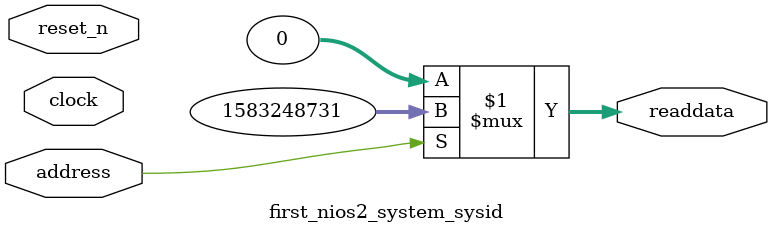
<source format=v>



// synthesis translate_off
`timescale 1ns / 1ps
// synthesis translate_on

// turn off superfluous verilog processor warnings 
// altera message_level Level1 
// altera message_off 10034 10035 10036 10037 10230 10240 10030 

module first_nios2_system_sysid (
               // inputs:
                address,
                clock,
                reset_n,

               // outputs:
                readdata
             )
;

  output  [ 31: 0] readdata;
  input            address;
  input            clock;
  input            reset_n;

  wire    [ 31: 0] readdata;
  //control_slave, which is an e_avalon_slave
  assign readdata = address ? 1583248731 : 0;

endmodule



</source>
